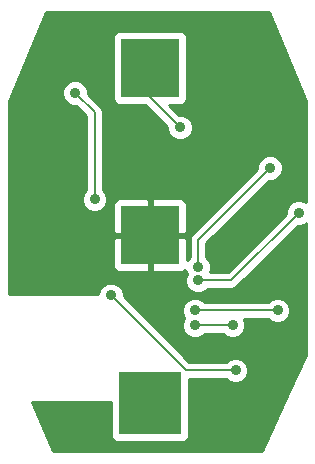
<source format=gbl>
G04 (created by PCBNEW (2013-07-07 BZR 4022)-stable) date 6/10/2015 11:43:32 PM*
%MOIN*%
G04 Gerber Fmt 3.4, Leading zero omitted, Abs format*
%FSLAX34Y34*%
G01*
G70*
G90*
G04 APERTURE LIST*
%ADD10C,0.00590551*%
%ADD11R,0.19685X0.19685*%
%ADD12R,0.208661X0.208661*%
%ADD13C,0.035*%
%ADD14C,0.006*%
%ADD15C,0.01*%
G04 APERTURE END LIST*
G54D10*
G54D11*
X57250Y-33250D03*
G54D12*
X57250Y-38840D03*
G54D11*
X57250Y-27659D03*
G54D13*
X58250Y-29650D03*
X60000Y-36250D03*
X58750Y-36250D03*
X61500Y-35750D03*
X58750Y-35750D03*
X58850Y-34750D03*
X62200Y-32500D03*
X58850Y-34300D03*
X61250Y-31000D03*
X60100Y-37750D03*
X55950Y-35250D03*
X55400Y-32050D03*
X54750Y-28500D03*
G54D14*
X57250Y-28650D02*
X57250Y-27659D01*
X58250Y-29650D02*
X57250Y-28650D01*
X58750Y-36250D02*
X60000Y-36250D01*
X58750Y-35750D02*
X61500Y-35750D01*
X59950Y-34750D02*
X58850Y-34750D01*
X62200Y-32500D02*
X59950Y-34750D01*
X58850Y-33400D02*
X58850Y-34300D01*
X61250Y-31000D02*
X58850Y-33400D01*
X58450Y-37750D02*
X60100Y-37750D01*
X55950Y-35250D02*
X58450Y-37750D01*
X55400Y-29150D02*
X55400Y-32050D01*
X54750Y-28500D02*
X55400Y-29150D01*
G54D10*
G36*
X62450Y-37239D02*
X61925Y-38376D01*
X61925Y-35665D01*
X61860Y-35509D01*
X61741Y-35389D01*
X61584Y-35325D01*
X61415Y-35324D01*
X61259Y-35389D01*
X61178Y-35470D01*
X59071Y-35470D01*
X58991Y-35389D01*
X58834Y-35325D01*
X58665Y-35324D01*
X58509Y-35389D01*
X58389Y-35508D01*
X58325Y-35665D01*
X58324Y-35834D01*
X58389Y-35990D01*
X58398Y-35999D01*
X58389Y-36008D01*
X58325Y-36165D01*
X58324Y-36334D01*
X58389Y-36490D01*
X58508Y-36610D01*
X58665Y-36674D01*
X58834Y-36675D01*
X58990Y-36610D01*
X59071Y-36530D01*
X59678Y-36530D01*
X59758Y-36610D01*
X59915Y-36674D01*
X60084Y-36675D01*
X60240Y-36610D01*
X60360Y-36491D01*
X60424Y-36334D01*
X60425Y-36165D01*
X60368Y-36030D01*
X61178Y-36030D01*
X61258Y-36110D01*
X61415Y-36174D01*
X61584Y-36175D01*
X61740Y-36110D01*
X61860Y-35991D01*
X61924Y-35834D01*
X61925Y-35665D01*
X61925Y-38376D01*
X60968Y-40450D01*
X57707Y-40450D01*
X57571Y-40422D01*
X57570Y-40422D01*
X57464Y-40422D01*
X57326Y-40450D01*
X54032Y-40450D01*
X53325Y-38800D01*
X55956Y-38800D01*
X55956Y-39933D01*
X55994Y-40025D01*
X56064Y-40095D01*
X56156Y-40133D01*
X56256Y-40133D01*
X58342Y-40133D01*
X58434Y-40095D01*
X58505Y-40025D01*
X58543Y-39933D01*
X58543Y-39834D01*
X58543Y-38030D01*
X59778Y-38030D01*
X59858Y-38110D01*
X60015Y-38174D01*
X60184Y-38175D01*
X60340Y-38110D01*
X60460Y-37991D01*
X60524Y-37834D01*
X60525Y-37665D01*
X60460Y-37509D01*
X60341Y-37389D01*
X60184Y-37325D01*
X60015Y-37324D01*
X59859Y-37389D01*
X59778Y-37470D01*
X58565Y-37470D01*
X57200Y-36104D01*
X57200Y-34421D01*
X57200Y-33300D01*
X57200Y-33200D01*
X57200Y-32078D01*
X57137Y-32015D01*
X56315Y-32015D01*
X56215Y-32015D01*
X56123Y-32053D01*
X56053Y-32124D01*
X56015Y-32216D01*
X56015Y-33137D01*
X56078Y-33200D01*
X57200Y-33200D01*
X57200Y-33300D01*
X56078Y-33300D01*
X56015Y-33362D01*
X56015Y-34283D01*
X56053Y-34375D01*
X56123Y-34446D01*
X56215Y-34484D01*
X56315Y-34484D01*
X57137Y-34484D01*
X57200Y-34421D01*
X57200Y-36104D01*
X56374Y-35278D01*
X56375Y-35165D01*
X56310Y-35009D01*
X56191Y-34889D01*
X56034Y-34825D01*
X55865Y-34824D01*
X55825Y-34841D01*
X55825Y-31965D01*
X55760Y-31809D01*
X55680Y-31728D01*
X55680Y-29150D01*
X55658Y-29042D01*
X55658Y-29042D01*
X55638Y-29012D01*
X55597Y-28952D01*
X55597Y-28952D01*
X55174Y-28528D01*
X55175Y-28415D01*
X55110Y-28259D01*
X54991Y-28139D01*
X54834Y-28075D01*
X54665Y-28074D01*
X54509Y-28139D01*
X54389Y-28258D01*
X54325Y-28415D01*
X54324Y-28584D01*
X54389Y-28740D01*
X54508Y-28860D01*
X54665Y-28924D01*
X54779Y-28925D01*
X55120Y-29265D01*
X55120Y-31728D01*
X55039Y-31808D01*
X54975Y-31965D01*
X54974Y-32134D01*
X55039Y-32290D01*
X55158Y-32410D01*
X55315Y-32474D01*
X55484Y-32475D01*
X55640Y-32410D01*
X55760Y-32291D01*
X55824Y-32134D01*
X55825Y-31965D01*
X55825Y-34841D01*
X55709Y-34889D01*
X55589Y-35008D01*
X55525Y-35165D01*
X55525Y-35200D01*
X52550Y-35200D01*
X52550Y-28760D01*
X53783Y-25800D01*
X61216Y-25800D01*
X62450Y-28760D01*
X62450Y-32148D01*
X62441Y-32139D01*
X62284Y-32075D01*
X62115Y-32074D01*
X61959Y-32139D01*
X61839Y-32258D01*
X61775Y-32415D01*
X61774Y-32529D01*
X59834Y-34470D01*
X59239Y-34470D01*
X59274Y-34384D01*
X59275Y-34215D01*
X59210Y-34059D01*
X59130Y-33978D01*
X59130Y-33515D01*
X61221Y-31424D01*
X61334Y-31425D01*
X61490Y-31360D01*
X61610Y-31241D01*
X61674Y-31084D01*
X61675Y-30915D01*
X61610Y-30759D01*
X61491Y-30639D01*
X61334Y-30575D01*
X61165Y-30574D01*
X61009Y-30639D01*
X60889Y-30758D01*
X60825Y-30915D01*
X60824Y-31029D01*
X58675Y-33178D01*
X58675Y-29565D01*
X58610Y-29409D01*
X58491Y-29289D01*
X58334Y-29225D01*
X58220Y-29224D01*
X57889Y-28893D01*
X58283Y-28893D01*
X58375Y-28855D01*
X58446Y-28785D01*
X58484Y-28693D01*
X58484Y-28594D01*
X58484Y-26625D01*
X58446Y-26533D01*
X58376Y-26463D01*
X58284Y-26425D01*
X58184Y-26425D01*
X56216Y-26425D01*
X56124Y-26463D01*
X56053Y-26533D01*
X56015Y-26625D01*
X56015Y-26724D01*
X56015Y-28693D01*
X56053Y-28785D01*
X56123Y-28855D01*
X56215Y-28893D01*
X56315Y-28893D01*
X57097Y-28893D01*
X57825Y-29621D01*
X57824Y-29734D01*
X57889Y-29890D01*
X58008Y-30010D01*
X58165Y-30074D01*
X58334Y-30075D01*
X58490Y-30010D01*
X58610Y-29891D01*
X58674Y-29734D01*
X58675Y-29565D01*
X58675Y-33178D01*
X58652Y-33202D01*
X58591Y-33292D01*
X58570Y-33400D01*
X58570Y-33978D01*
X58489Y-34058D01*
X58484Y-34072D01*
X58484Y-32216D01*
X58446Y-32124D01*
X58376Y-32053D01*
X58284Y-32015D01*
X58184Y-32015D01*
X57362Y-32015D01*
X57300Y-32078D01*
X57300Y-33200D01*
X58421Y-33200D01*
X58484Y-33137D01*
X58484Y-32216D01*
X58484Y-34072D01*
X58484Y-34072D01*
X58484Y-33362D01*
X58421Y-33300D01*
X57300Y-33300D01*
X57300Y-34421D01*
X57362Y-34484D01*
X58184Y-34484D01*
X58284Y-34484D01*
X58376Y-34446D01*
X58428Y-34393D01*
X58483Y-34525D01*
X58425Y-34665D01*
X58424Y-34834D01*
X58489Y-34990D01*
X58608Y-35110D01*
X58765Y-35174D01*
X58934Y-35175D01*
X59090Y-35110D01*
X59171Y-35030D01*
X59950Y-35030D01*
X60057Y-35008D01*
X60057Y-35008D01*
X60147Y-34947D01*
X62171Y-32924D01*
X62284Y-32925D01*
X62440Y-32860D01*
X62450Y-32850D01*
X62450Y-37239D01*
X62450Y-37239D01*
G37*
G54D15*
X62450Y-37239D02*
X61925Y-38376D01*
X61925Y-35665D01*
X61860Y-35509D01*
X61741Y-35389D01*
X61584Y-35325D01*
X61415Y-35324D01*
X61259Y-35389D01*
X61178Y-35470D01*
X59071Y-35470D01*
X58991Y-35389D01*
X58834Y-35325D01*
X58665Y-35324D01*
X58509Y-35389D01*
X58389Y-35508D01*
X58325Y-35665D01*
X58324Y-35834D01*
X58389Y-35990D01*
X58398Y-35999D01*
X58389Y-36008D01*
X58325Y-36165D01*
X58324Y-36334D01*
X58389Y-36490D01*
X58508Y-36610D01*
X58665Y-36674D01*
X58834Y-36675D01*
X58990Y-36610D01*
X59071Y-36530D01*
X59678Y-36530D01*
X59758Y-36610D01*
X59915Y-36674D01*
X60084Y-36675D01*
X60240Y-36610D01*
X60360Y-36491D01*
X60424Y-36334D01*
X60425Y-36165D01*
X60368Y-36030D01*
X61178Y-36030D01*
X61258Y-36110D01*
X61415Y-36174D01*
X61584Y-36175D01*
X61740Y-36110D01*
X61860Y-35991D01*
X61924Y-35834D01*
X61925Y-35665D01*
X61925Y-38376D01*
X60968Y-40450D01*
X57707Y-40450D01*
X57571Y-40422D01*
X57570Y-40422D01*
X57464Y-40422D01*
X57326Y-40450D01*
X54032Y-40450D01*
X53325Y-38800D01*
X55956Y-38800D01*
X55956Y-39933D01*
X55994Y-40025D01*
X56064Y-40095D01*
X56156Y-40133D01*
X56256Y-40133D01*
X58342Y-40133D01*
X58434Y-40095D01*
X58505Y-40025D01*
X58543Y-39933D01*
X58543Y-39834D01*
X58543Y-38030D01*
X59778Y-38030D01*
X59858Y-38110D01*
X60015Y-38174D01*
X60184Y-38175D01*
X60340Y-38110D01*
X60460Y-37991D01*
X60524Y-37834D01*
X60525Y-37665D01*
X60460Y-37509D01*
X60341Y-37389D01*
X60184Y-37325D01*
X60015Y-37324D01*
X59859Y-37389D01*
X59778Y-37470D01*
X58565Y-37470D01*
X57200Y-36104D01*
X57200Y-34421D01*
X57200Y-33300D01*
X57200Y-33200D01*
X57200Y-32078D01*
X57137Y-32015D01*
X56315Y-32015D01*
X56215Y-32015D01*
X56123Y-32053D01*
X56053Y-32124D01*
X56015Y-32216D01*
X56015Y-33137D01*
X56078Y-33200D01*
X57200Y-33200D01*
X57200Y-33300D01*
X56078Y-33300D01*
X56015Y-33362D01*
X56015Y-34283D01*
X56053Y-34375D01*
X56123Y-34446D01*
X56215Y-34484D01*
X56315Y-34484D01*
X57137Y-34484D01*
X57200Y-34421D01*
X57200Y-36104D01*
X56374Y-35278D01*
X56375Y-35165D01*
X56310Y-35009D01*
X56191Y-34889D01*
X56034Y-34825D01*
X55865Y-34824D01*
X55825Y-34841D01*
X55825Y-31965D01*
X55760Y-31809D01*
X55680Y-31728D01*
X55680Y-29150D01*
X55658Y-29042D01*
X55658Y-29042D01*
X55638Y-29012D01*
X55597Y-28952D01*
X55597Y-28952D01*
X55174Y-28528D01*
X55175Y-28415D01*
X55110Y-28259D01*
X54991Y-28139D01*
X54834Y-28075D01*
X54665Y-28074D01*
X54509Y-28139D01*
X54389Y-28258D01*
X54325Y-28415D01*
X54324Y-28584D01*
X54389Y-28740D01*
X54508Y-28860D01*
X54665Y-28924D01*
X54779Y-28925D01*
X55120Y-29265D01*
X55120Y-31728D01*
X55039Y-31808D01*
X54975Y-31965D01*
X54974Y-32134D01*
X55039Y-32290D01*
X55158Y-32410D01*
X55315Y-32474D01*
X55484Y-32475D01*
X55640Y-32410D01*
X55760Y-32291D01*
X55824Y-32134D01*
X55825Y-31965D01*
X55825Y-34841D01*
X55709Y-34889D01*
X55589Y-35008D01*
X55525Y-35165D01*
X55525Y-35200D01*
X52550Y-35200D01*
X52550Y-28760D01*
X53783Y-25800D01*
X61216Y-25800D01*
X62450Y-28760D01*
X62450Y-32148D01*
X62441Y-32139D01*
X62284Y-32075D01*
X62115Y-32074D01*
X61959Y-32139D01*
X61839Y-32258D01*
X61775Y-32415D01*
X61774Y-32529D01*
X59834Y-34470D01*
X59239Y-34470D01*
X59274Y-34384D01*
X59275Y-34215D01*
X59210Y-34059D01*
X59130Y-33978D01*
X59130Y-33515D01*
X61221Y-31424D01*
X61334Y-31425D01*
X61490Y-31360D01*
X61610Y-31241D01*
X61674Y-31084D01*
X61675Y-30915D01*
X61610Y-30759D01*
X61491Y-30639D01*
X61334Y-30575D01*
X61165Y-30574D01*
X61009Y-30639D01*
X60889Y-30758D01*
X60825Y-30915D01*
X60824Y-31029D01*
X58675Y-33178D01*
X58675Y-29565D01*
X58610Y-29409D01*
X58491Y-29289D01*
X58334Y-29225D01*
X58220Y-29224D01*
X57889Y-28893D01*
X58283Y-28893D01*
X58375Y-28855D01*
X58446Y-28785D01*
X58484Y-28693D01*
X58484Y-28594D01*
X58484Y-26625D01*
X58446Y-26533D01*
X58376Y-26463D01*
X58284Y-26425D01*
X58184Y-26425D01*
X56216Y-26425D01*
X56124Y-26463D01*
X56053Y-26533D01*
X56015Y-26625D01*
X56015Y-26724D01*
X56015Y-28693D01*
X56053Y-28785D01*
X56123Y-28855D01*
X56215Y-28893D01*
X56315Y-28893D01*
X57097Y-28893D01*
X57825Y-29621D01*
X57824Y-29734D01*
X57889Y-29890D01*
X58008Y-30010D01*
X58165Y-30074D01*
X58334Y-30075D01*
X58490Y-30010D01*
X58610Y-29891D01*
X58674Y-29734D01*
X58675Y-29565D01*
X58675Y-33178D01*
X58652Y-33202D01*
X58591Y-33292D01*
X58570Y-33400D01*
X58570Y-33978D01*
X58489Y-34058D01*
X58484Y-34072D01*
X58484Y-32216D01*
X58446Y-32124D01*
X58376Y-32053D01*
X58284Y-32015D01*
X58184Y-32015D01*
X57362Y-32015D01*
X57300Y-32078D01*
X57300Y-33200D01*
X58421Y-33200D01*
X58484Y-33137D01*
X58484Y-32216D01*
X58484Y-34072D01*
X58484Y-34072D01*
X58484Y-33362D01*
X58421Y-33300D01*
X57300Y-33300D01*
X57300Y-34421D01*
X57362Y-34484D01*
X58184Y-34484D01*
X58284Y-34484D01*
X58376Y-34446D01*
X58428Y-34393D01*
X58483Y-34525D01*
X58425Y-34665D01*
X58424Y-34834D01*
X58489Y-34990D01*
X58608Y-35110D01*
X58765Y-35174D01*
X58934Y-35175D01*
X59090Y-35110D01*
X59171Y-35030D01*
X59950Y-35030D01*
X60057Y-35008D01*
X60057Y-35008D01*
X60147Y-34947D01*
X62171Y-32924D01*
X62284Y-32925D01*
X62440Y-32860D01*
X62450Y-32850D01*
X62450Y-37239D01*
M02*

</source>
